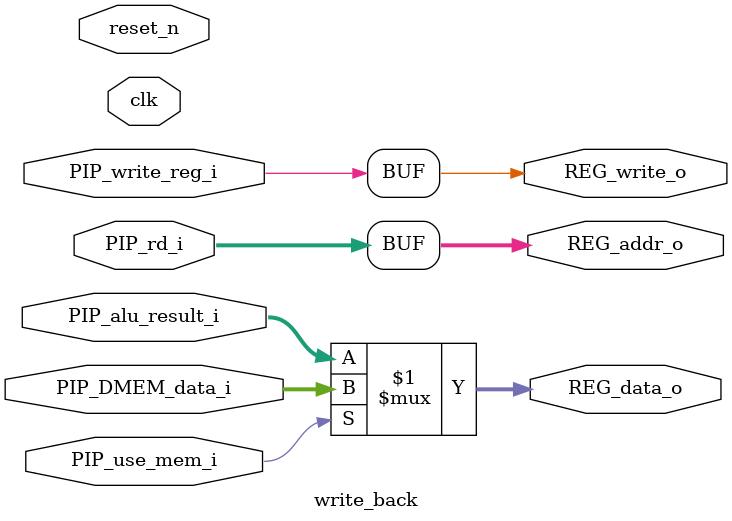
<source format=v>
module write_back
(
    input clk,
    input reset_n,

    // from MEM/WB pipeline registers

    input wire PIP_use_mem_i,
    input wire PIP_write_reg_i,
    input wire [31:0] PIP_DMEM_data_i ,
    input wire [31:0] PIP_alu_result_i,
    input wire [4:0] PIP_rd_i,

    // to reg file
    output wire REG_write_o,
    output wire [31:0] REG_data_o, // data to write to register file
    output wire [4:0] REG_addr_o // register number to write to
);

assign REG_write_o = PIP_write_reg_i;
assign REG_data_o = PIP_use_mem_i ? PIP_DMEM_data_i : PIP_alu_result_i ;
assign REG_addr_o = PIP_rd_i;

endmodule
</source>
